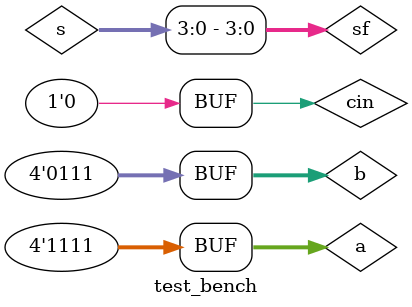
<source format=v>
`include "4bitCLA.v"

module test_bench;
    reg [3:0] a,b;
    reg cin;
    wire [3:0] s;
    wire [4:0]sf;
    wire C;
    cla4 test(.C(C),.s(s),.a(a),.b(b),.cin(cin),.G(G),.P(P));
    assign sf={C,s};
    initial 
        begin
            a=4'b1001;b=4'b0101;cin=0;
            #10 a=4'b1011;b=4'b1101;cin=0;
            #10 a=4'b0001;b=4'b0100;cin=0;
            #10 a=4'd 15;b=4'd 7;cin=0;
        end
    initial
        $monitor("a=%b=%d b=%b=%d \t a+b=%b=%d \t time=%0d",a,a,b,b,sf,sf,$time);
endmodule
</source>
